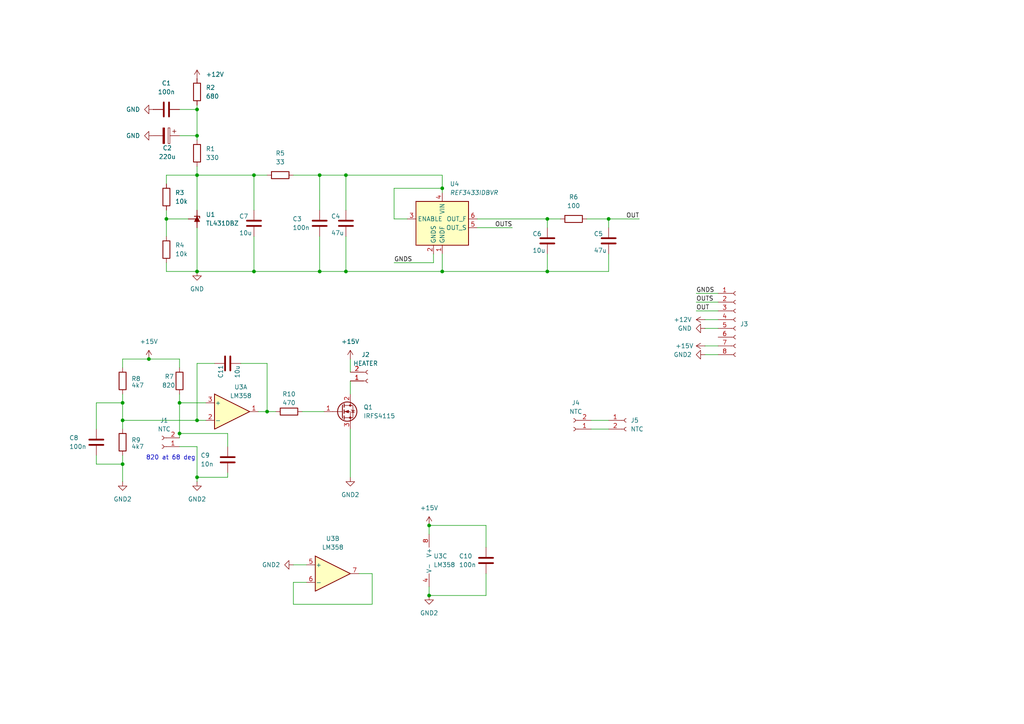
<source format=kicad_sch>
(kicad_sch (version 20231120) (generator "eeschema") (generator_version "8.0")
  (paper "A4")
  (lib_symbols
    (symbol "Amplifier_Operational:LM358" (pin_names (offset 0.127))
      (property "Reference" "U" (at 0 5.08 0))
      (property "Value" "LM358" (at 0 -5.08 0))
      (symbol "LM358_1_1"
        (polyline (pts (xy -5.08 5.08) (xy 5.08 0) (xy -5.08 -5.08) (xy -5.08 5.08)) (stroke (width 0.254)) (fill (type background)))
        (pin output line (at 7.62 0 180) (length 2.54) (name "~") (number "1"))
        (pin input line (at -7.62 -2.54 0) (length 2.54) (name "-") (number "2"))
        (pin input line (at -7.62 2.54 0) (length 2.54) (name "+") (number "3"))
      )
      (symbol "LM358_2_1"
        (polyline (pts (xy -5.08 5.08) (xy 5.08 0) (xy -5.08 -5.08) (xy -5.08 5.08)) (stroke (width 0.254)) (fill (type background)))
        (pin input line (at -7.62 2.54 0) (length 2.54) (name "+") (number "5"))
        (pin input line (at -7.62 -2.54 0) (length 2.54) (name "-") (number "6"))
        (pin output line (at 7.62 0 180) (length 2.54) (name "~") (number "7"))
      )
      (symbol "LM358_3_1"
        (pin power_in line (at -2.54 -7.62 90) (length 3.81) (name "V-") (number "4"))
        (pin power_in line (at -2.54 7.62 270) (length 3.81) (name "V+") (number "8"))
      )
    )
    (symbol "Connector:Conn_01x02_Socket" (pin_names (offset 1.016) hide)
      (property "Reference" "J" (at 0 2.54 0))
      (property "Value" "Conn_01x02_Socket" (at 0 -5.08 0))
      (symbol "Conn_01x02_Socket_1_1"
        (arc (start 0 -2.032) (mid -0.5058 -2.54) (end 0 -3.048) (stroke (width 0.1524)))
        (polyline (pts (xy -1.27 -2.54) (xy -0.508 -2.54)) (stroke (width 0.1524)))
        (polyline (pts (xy -1.27 0) (xy -0.508 0)) (stroke (width 0.1524)))
        (arc (start 0 0.508) (mid -0.5058 0) (end 0 -0.508) (stroke (width 0.1524)))
        (pin passive line (at -5.08 0 0) (length 3.81) (name "Pin_1") (number "1"))
        (pin passive line (at -5.08 -2.54 0) (length 3.81) (name "Pin_2") (number "2"))
      )
    )
    (symbol "Connector:Conn_01x08_Socket" (pin_names (offset 1.016) hide)
      (property "Reference" "J" (at 0 10.16 0))
      (property "Value" "Conn_01x08_Socket" (at 0 -12.7 0))
      (symbol "Conn_01x08_Socket_1_1"
        (arc (start 0 -9.652) (mid -0.5058 -10.16) (end 0 -10.668) (stroke (width 0.1524)))
        (arc (start 0 -7.112) (mid -0.5058 -7.62) (end 0 -8.128) (stroke (width 0.1524)))
        (arc (start 0 -4.572) (mid -0.5058 -5.08) (end 0 -5.588) (stroke (width 0.1524)))
        (arc (start 0 -2.032) (mid -0.5058 -2.54) (end 0 -3.048) (stroke (width 0.1524)))
        (polyline (pts (xy -1.27 -10.16) (xy -0.508 -10.16)) (stroke (width 0.1524)))
        (polyline (pts (xy -1.27 -7.62) (xy -0.508 -7.62)) (stroke (width 0.1524)))
        (polyline (pts (xy -1.27 -5.08) (xy -0.508 -5.08)) (stroke (width 0.1524)))
        (polyline (pts (xy -1.27 -2.54) (xy -0.508 -2.54)) (stroke (width 0.1524)))
        (polyline (pts (xy -1.27 0) (xy -0.508 0)) (stroke (width 0.1524)))
        (polyline (pts (xy -1.27 2.54) (xy -0.508 2.54)) (stroke (width 0.1524)))
        (polyline (pts (xy -1.27 5.08) (xy -0.508 5.08)) (stroke (width 0.1524)))
        (polyline (pts (xy -1.27 7.62) (xy -0.508 7.62)) (stroke (width 0.1524)))
        (arc (start 0 0.508) (mid -0.5058 0) (end 0 -0.508) (stroke (width 0.1524)))
        (arc (start 0 3.048) (mid -0.5058 2.54) (end 0 2.032) (stroke (width 0.1524)))
        (arc (start 0 5.588) (mid -0.5058 5.08) (end 0 4.572) (stroke (width 0.1524)))
        (arc (start 0 8.128) (mid -0.5058 7.62) (end 0 7.112) (stroke (width 0.1524)))
        (pin passive line (at -5.08 7.62 0) (length 3.81) (name "Pin_1") (number "1"))
        (pin passive line (at -5.08 5.08 0) (length 3.81) (name "Pin_2") (number "2"))
        (pin passive line (at -5.08 2.54 0) (length 3.81) (name "Pin_3") (number "3"))
        (pin passive line (at -5.08 0 0) (length 3.81) (name "Pin_4") (number "4"))
        (pin passive line (at -5.08 -2.54 0) (length 3.81) (name "Pin_5") (number "5"))
        (pin passive line (at -5.08 -5.08 0) (length 3.81) (name "Pin_6") (number "6"))
        (pin passive line (at -5.08 -7.62 0) (length 3.81) (name "Pin_7") (number "7"))
        (pin passive line (at -5.08 -10.16 0) (length 3.81) (name "Pin_8") (number "8"))
      )
    )
    (symbol "Device:C" (pin_numbers hide) (pin_names (offset 0.254))
      (property "Reference" "C" (at 0.635 2.54 0))
      (property "Value" "C" (at 0.635 -2.54 0))
      (symbol "C_0_1"
        (polyline (pts (xy -2.032 -0.762) (xy 2.032 -0.762)) (stroke (width 0.508)))
        (polyline (pts (xy -2.032 0.762) (xy 2.032 0.762)) (stroke (width 0.508)))
      )
      (symbol "C_1_1"
        (pin passive line (at 0 3.81 270) (length 2.794) (name "~") (number "1"))
        (pin passive line (at 0 -3.81 90) (length 2.794) (name "~") (number "2"))
      )
    )
    (symbol "Device:C_Polarized" (pin_numbers hide) (pin_names (offset 0.254))
      (property "Reference" "C" (at 0.635 2.54 0))
      (property "Value" "C_Polarized" (at 0.635 -2.54 0))
      (symbol "C_Polarized_0_1"
        (rectangle (start -2.286 0.508) (end 2.286 1.016))
        (polyline (pts (xy -1.778 2.286) (xy -0.762 2.286)))
        (polyline (pts (xy -1.27 2.794) (xy -1.27 1.778)))
        (rectangle (start 2.286 -0.508) (end -2.286 -1.016) (fill (type outline)))
      )
      (symbol "C_Polarized_1_1"
        (pin passive line (at 0 3.81 270) (length 2.794) (name "~") (number "1"))
        (pin passive line (at 0 -3.81 90) (length 2.794) (name "~") (number "2"))
      )
    )
    (symbol "Device:R" (pin_numbers hide) (pin_names (offset 0))
      (property "Reference" "R" (at 2.032 0 90))
      (property "Value" "R" (at 0 0 90))
      (symbol "R_0_1"
        (rectangle (start -1.016 -2.54) (end 1.016 2.54) (stroke (width 0.254)))
      )
      (symbol "R_1_1"
        (pin passive line (at 0 3.81 270) (length 1.27) (name "~") (number "1"))
        (pin passive line (at 0 -3.81 90) (length 1.27) (name "~") (number "2"))
      )
    )
    (symbol "Reference_Voltage:REF3212AMDBVREP"
      (property "Reference" "U" (at 1.27 8.89 0))
      (property "Value" "REF3212AMDBVREP" (at 1.27 6.35 0))
      (symbol "REF3212AMDBVREP_0_1"
        (rectangle (start -7.62 5.08) (end 7.62 -7.62) (stroke (width 0.254)) (fill (type background)))
      )
      (symbol "REF3212AMDBVREP_1_1"
        (pin power_in line (at 0 -10.16 90) (length 2.54) (name "GNDF") (number "1"))
        (pin input line (at -2.54 -10.16 90) (length 2.54) (name "GNDS") (number "2"))
        (pin input line (at -10.16 0 0) (length 2.54) (name "ENABLE") (number "3"))
        (pin power_in line (at 0 7.62 270) (length 2.54) (name "VIN") (number "4"))
        (pin input line (at 10.16 -2.54 180) (length 2.54) (name "OUT_S") (number "5"))
        (pin output line (at 10.16 0 180) (length 2.54) (name "OUT_F") (number "6"))
      )
    )
    (symbol "Reference_Voltage:TL431DBZ" (pin_numbers hide) (pin_names hide)
      (property "Reference" "U" (at -2.54 2.54 0))
      (property "Value" "TL431DBZ" (at 0 -2.54 0))
      (symbol "TL431DBZ_0_1"
        (polyline (pts (xy -1.27 0) (xy 0 0) (xy 1.27 0)))
        (polyline (pts (xy -0.762 -0.762) (xy -0.762 0.762) (xy 0.762 0) (xy -0.762 -0.762)) (fill (type outline)))
        (polyline (pts (xy 0.254 -0.762) (xy 0.762 -0.762) (xy 0.762 0.762) (xy 0.762 0.762)) (stroke (width 0.254)))
      )
      (symbol "TL431DBZ_1_1"
        (pin passive line (at 2.54 0 180) (length 2.54) (name "K") (number "1"))
        (pin passive line (at 0 2.54 270) (length 2.54) (name "REF") (number "2"))
        (pin passive line (at -2.54 0 0) (length 2.54) (name "A") (number "3"))
      )
    )
    (symbol "Transistor_FET:IRFS4115" (pin_names hide)
      (property "Reference" "Q" (at 5.08 1.905 0))
      (property "Value" "IRFS4115" (at 5.08 0 0))
      (symbol "IRFS4115_0_1"
        (polyline (pts (xy 0.254 0) (xy -2.54 0)))
        (polyline (pts (xy 0.254 1.905) (xy 0.254 -1.905)) (stroke (width 0.254)))
        (polyline (pts (xy 0.762 -1.27) (xy 0.762 -2.286)) (stroke (width 0.254)))
        (polyline (pts (xy 0.762 0.508) (xy 0.762 -0.508)) (stroke (width 0.254)))
        (polyline (pts (xy 0.762 2.286) (xy 0.762 1.27)) (stroke (width 0.254)))
        (polyline (pts (xy 2.54 2.54) (xy 2.54 1.778)))
        (polyline (pts (xy 2.54 -2.54) (xy 2.54 0) (xy 0.762 0)))
        (polyline (pts (xy 0.762 -1.778) (xy 3.302 -1.778) (xy 3.302 1.778) (xy 0.762 1.778)))
        (polyline (pts (xy 1.016 0) (xy 2.032 0.381) (xy 2.032 -0.381) (xy 1.016 0)) (fill (type outline)))
        (polyline (pts (xy 2.794 0.508) (xy 2.921 0.381) (xy 3.683 0.381) (xy 3.81 0.254)))
        (polyline (pts (xy 3.302 0.381) (xy 2.921 -0.254) (xy 3.683 -0.254) (xy 3.302 0.381)))
        (circle (center 1.651 0) (radius 2.794) (stroke (width 0.254)))
        (circle (center 2.54 -1.778) (radius 0.254) (fill (type outline)))
        (circle (center 2.54 1.778) (radius 0.254) (fill (type outline)))
      )
      (symbol "IRFS4115_1_1"
        (pin passive line (at -5.08 0 0) (length 2.54) (name "G") (number "1"))
        (pin passive line (at 2.54 5.08 270) (length 2.54) (name "D") (number "2"))
        (pin passive line (at 2.54 -5.08 90) (length 2.54) (name "S") (number "3"))
      )
    )
    (symbol "power:+15V" (power) (pin_numbers hide) (pin_names (offset 0) hide)
      (property "Value" "+15V" (at 0 3.556 0))
      (symbol "+15V_0_1"
        (polyline (pts (xy -0.762 1.27) (xy 0 2.54)))
        (polyline (pts (xy 0 0) (xy 0 2.54)))
        (polyline (pts (xy 0 2.54) (xy 0.762 1.27)))
      )
      (symbol "+15V_1_1"
        (pin power_in line (at 0 0 90) (length 0) (name "~") (number "1"))
      )
    )
    (symbol "power:GND" (power) (pin_numbers hide) (pin_names (offset 0) hide)
      (property "Value" "GND" (at 0 -3.81 0))
      (symbol "GND_0_1"
        (polyline (pts (xy 0 0) (xy 0 -1.27) (xy 1.27 -1.27) (xy 0 -2.54) (xy -1.27 -1.27) (xy 0 -1.27)))
      )
      (symbol "GND_1_1"
        (pin power_in line (at 0 0 270) (length 0) (name "~") (number "1"))
      )
    )
    (symbol "power:GND2" (power) (pin_numbers hide) (pin_names (offset 0) hide)
      (property "Value" "GND2" (at 0 -3.81 0))
      (symbol "GND2_0_1"
        (polyline (pts (xy 0 0) (xy 0 -1.27) (xy 1.27 -1.27) (xy 0 -2.54) (xy -1.27 -1.27) (xy 0 -1.27)))
      )
      (symbol "GND2_1_1"
        (pin power_in line (at 0 0 270) (length 0) (name "~") (number "1"))
      )
    )
  )
  (junction (at 57.15 121.92))
  (junction (at 57.15 31.75))
  (junction (at 77.47 119.38))
  (junction (at 57.15 39.37))
  (junction (at 92.71 78.74))
  (junction (at 128.27 78.74))
  (junction (at 158.75 63.5))
  (junction (at 128.27 54.61))
  (junction (at 92.71 50.8))
  (junction (at 52.07 116.84))
  (junction (at 73.66 50.8))
  (junction (at 57.15 50.8))
  (junction (at 35.56 121.92))
  (junction (at 100.33 50.8))
  (junction (at 158.75 78.74))
  (junction (at 52.07 125.73))
  (junction (at 73.66 78.74))
  (junction (at 100.33 78.74))
  (junction (at 57.15 138.43))
  (junction (at 124.46 172.72))
  (junction (at 124.46 152.4))
  (junction (at 57.15 78.74))
  (junction (at 35.56 116.84))
  (junction (at 48.26 63.5))
  (junction (at 176.53 63.5))
  (junction (at 35.56 134.62))
  (junction (at 43.18 104.14))
  (wire (pts (xy 85.09 50.8) (xy 92.71 50.8)))
  (wire (pts (xy 204.47 102.87) (xy 208.28 102.87)))
  (wire (pts (xy 158.75 73.66) (xy 158.75 78.74)))
  (wire (pts (xy 138.43 66.04) (xy 148.59 66.04)))
  (wire (pts (xy 176.53 121.92) (xy 171.45 121.92)))
  (wire (pts (xy 27.94 134.62) (xy 35.56 134.62)))
  (wire (pts (xy 138.43 63.5) (xy 158.75 63.5)))
  (wire (pts (xy 57.15 50.8) (xy 57.15 60.96)))
  (wire (pts (xy 57.15 39.37) (xy 57.15 40.64)))
  (wire (pts (xy 73.66 78.74) (xy 57.15 78.74)))
  (wire (pts (xy 201.93 90.17) (xy 208.28 90.17)))
  (wire (pts (xy 73.66 50.8) (xy 77.47 50.8)))
  (wire (pts (xy 57.15 139.7) (xy 57.15 138.43)))
  (wire (pts (xy 107.95 175.26) (xy 107.95 166.37)))
  (wire (pts (xy 140.97 152.4) (xy 124.46 152.4)))
  (wire (pts (xy 57.15 105.41) (xy 57.15 121.92)))
  (wire (pts (xy 176.53 63.5) (xy 185.42 63.5)))
  (wire (pts (xy 73.66 50.8) (xy 73.66 60.96)))
  (wire (pts (xy 100.33 78.74) (xy 92.71 78.74)))
  (wire (pts (xy 66.04 138.43) (xy 57.15 138.43)))
  (wire (pts (xy 128.27 50.8) (xy 100.33 50.8)))
  (wire (pts (xy 52.07 114.3) (xy 52.07 116.84)))
  (wire (pts (xy 92.71 60.96) (xy 92.71 50.8)))
  (wire (pts (xy 158.75 78.74) (xy 128.27 78.74)))
  (wire (pts (xy 85.09 168.91) (xy 85.09 175.26)))
  (wire (pts (xy 158.75 66.04) (xy 158.75 63.5)))
  (wire (pts (xy 140.97 166.37) (xy 140.97 172.72)))
  (wire (pts (xy 114.3 63.5) (xy 114.3 54.61)))
  (wire (pts (xy 48.26 53.34) (xy 48.26 50.8)))
  (wire (pts (xy 118.11 63.5) (xy 114.3 63.5)))
  (wire (pts (xy 35.56 121.92) (xy 57.15 121.92)))
  (wire (pts (xy 43.18 104.14) (xy 52.07 104.14)))
  (wire (pts (xy 66.04 137.16) (xy 66.04 138.43)))
  (wire (pts (xy 57.15 50.8) (xy 73.66 50.8)))
  (wire (pts (xy 27.94 124.46) (xy 27.94 116.84)))
  (wire (pts (xy 114.3 76.2) (xy 125.73 76.2)))
  (wire (pts (xy 57.15 50.8) (xy 57.15 48.26)))
  (wire (pts (xy 204.47 100.33) (xy 208.28 100.33)))
  (wire (pts (xy 100.33 50.8) (xy 92.71 50.8)))
  (wire (pts (xy 85.09 175.26) (xy 107.95 175.26)))
  (wire (pts (xy 52.07 31.75) (xy 57.15 31.75)))
  (wire (pts (xy 92.71 78.74) (xy 73.66 78.74)))
  (wire (pts (xy 27.94 116.84) (xy 35.56 116.84)))
  (wire (pts (xy 52.07 104.14) (xy 52.07 106.68)))
  (wire (pts (xy 57.15 121.92) (xy 59.69 121.92)))
  (wire (pts (xy 124.46 152.4) (xy 124.46 154.94)))
  (wire (pts (xy 66.04 129.54) (xy 66.04 125.73)))
  (wire (pts (xy 69.85 105.41) (xy 77.47 105.41)))
  (wire (pts (xy 77.47 105.41) (xy 77.47 119.38)))
  (wire (pts (xy 176.53 78.74) (xy 158.75 78.74)))
  (wire (pts (xy 101.6 138.43) (xy 101.6 124.46)))
  (wire (pts (xy 35.56 104.14) (xy 43.18 104.14)))
  (wire (pts (xy 62.23 105.41) (xy 57.15 105.41)))
  (wire (pts (xy 48.26 60.96) (xy 48.26 63.5)))
  (wire (pts (xy 35.56 139.7) (xy 35.56 134.62)))
  (wire (pts (xy 92.71 68.58) (xy 92.71 78.74)))
  (wire (pts (xy 100.33 68.58) (xy 100.33 78.74)))
  (wire (pts (xy 101.6 110.49) (xy 101.6 114.3)))
  (wire (pts (xy 128.27 54.61) (xy 128.27 55.88)))
  (wire (pts (xy 66.04 125.73) (xy 52.07 125.73)))
  (wire (pts (xy 57.15 129.54) (xy 57.15 138.43)))
  (wire (pts (xy 48.26 76.2) (xy 48.26 78.74)))
  (wire (pts (xy 52.07 116.84) (xy 52.07 125.73)))
  (wire (pts (xy 35.56 134.62) (xy 35.56 132.08)))
  (wire (pts (xy 87.63 119.38) (xy 93.98 119.38)))
  (wire (pts (xy 48.26 78.74) (xy 57.15 78.74)))
  (wire (pts (xy 128.27 78.74) (xy 100.33 78.74)))
  (wire (pts (xy 125.73 73.66) (xy 125.73 76.2)))
  (wire (pts (xy 176.53 63.5) (xy 170.18 63.5)))
  (wire (pts (xy 48.26 63.5) (xy 48.26 68.58)))
  (wire (pts (xy 73.66 68.58) (xy 73.66 78.74)))
  (wire (pts (xy 35.56 121.92) (xy 35.56 124.46)))
  (wire (pts (xy 57.15 78.74) (xy 57.15 66.04)))
  (wire (pts (xy 35.56 106.68) (xy 35.56 104.14)))
  (wire (pts (xy 52.07 125.73) (xy 52.07 127)))
  (wire (pts (xy 52.07 39.37) (xy 57.15 39.37)))
  (wire (pts (xy 128.27 54.61) (xy 128.27 50.8)))
  (wire (pts (xy 176.53 124.46) (xy 171.45 124.46)))
  (wire (pts (xy 77.47 119.38) (xy 80.01 119.38)))
  (wire (pts (xy 114.3 54.61) (xy 128.27 54.61)))
  (wire (pts (xy 88.9 168.91) (xy 85.09 168.91)))
  (wire (pts (xy 35.56 114.3) (xy 35.56 116.84)))
  (wire (pts (xy 27.94 132.08) (xy 27.94 134.62)))
  (wire (pts (xy 176.53 73.66) (xy 176.53 78.74)))
  (wire (pts (xy 201.93 85.09) (xy 208.28 85.09)))
  (wire (pts (xy 100.33 60.96) (xy 100.33 50.8)))
  (wire (pts (xy 35.56 116.84) (xy 35.56 121.92)))
  (wire (pts (xy 204.47 92.71) (xy 208.28 92.71)))
  (wire (pts (xy 128.27 73.66) (xy 128.27 78.74)))
  (wire (pts (xy 52.07 129.54) (xy 57.15 129.54)))
  (wire (pts (xy 48.26 50.8) (xy 57.15 50.8)))
  (wire (pts (xy 204.47 95.25) (xy 208.28 95.25)))
  (wire (pts (xy 57.15 31.75) (xy 57.15 39.37)))
  (wire (pts (xy 140.97 172.72) (xy 124.46 172.72)))
  (wire (pts (xy 124.46 172.72) (xy 124.46 170.18)))
  (wire (pts (xy 57.15 30.48) (xy 57.15 31.75)))
  (wire (pts (xy 158.75 63.5) (xy 162.56 63.5)))
  (wire (pts (xy 201.93 87.63) (xy 208.28 87.63)))
  (wire (pts (xy 107.95 166.37) (xy 104.14 166.37)))
  (wire (pts (xy 101.6 104.14) (xy 101.6 107.95)))
  (wire (pts (xy 176.53 66.04) (xy 176.53 63.5)))
  (wire (pts (xy 140.97 158.75) (xy 140.97 152.4)))
  (wire (pts (xy 52.07 116.84) (xy 59.69 116.84)))
  (wire (pts (xy 74.93 119.38) (xy 77.47 119.38)))
  (wire (pts (xy 85.09 163.83) (xy 88.9 163.83)))
  (wire (pts (xy 54.61 63.5) (xy 48.26 63.5)))
  (text "820 at 68 deg" (at 49.53 132.842 0) (effects (font (size 1.27 1.27))))
  (label "OUT" (at 185.42 63.5 180))
  (label "OUTS" (at 148.59 66.04 180))
  (label "GNDS" (at 114.3 76.2 0))
  (label "OUT" (at 201.93 90.17 0))
  (label "OUTS" (at 201.93 87.63 0))
  (label "GNDS" (at 201.93 85.09 0))
  (symbol (lib_id "power:GND2") (at 204.47 102.87 270) (unit 1)
    (property "Reference" "#PWR014" (effects (hide yes)))
    (property "Value" "GND2" (at 200.66 102.8699 90) (effects (justify right)))
    (property "Description" "Power symbol creates a global label with name \"GND2\" , ground" (effects (hide yes)))
  )
  (symbol (lib_id "Device:C") (at 158.75 69.85 180) (unit 1)
    (property "Reference" "C6" (at 154.432 67.818 0) (effects (justify right)))
    (property "Value" "10u" (at 154.432 72.644 0) (effects (justify right)))
    (property "Footprint" "Capacitor_SMD:C_0805_2012Metric_Pad1.18x1.45mm_HandSolder" (effects (hide yes)))
    (property "Description" "Unpolarized capacitor" (effects (hide yes)))
  )
  (symbol (lib_id "Device:C") (at 73.66 64.77 180) (unit 1)
    (property "Reference" "C7" (at 69.342 62.738 0) (effects (justify right)))
    (property "Value" "10u" (at 69.342 67.564 0) (effects (justify right)))
    (property "Footprint" "Capacitor_SMD:C_0805_2012Metric_Pad1.18x1.45mm_HandSolder" (effects (hide yes)))
    (property "Description" "Unpolarized capacitor" (effects (hide yes)))
  )
  (symbol (lib_id "Device:R") (at 81.28 50.8 90) (unit 1)
    (property "Reference" "R5" (at 81.28 44.45 90))
    (property "Value" "33" (at 81.28 46.99 90))
    (property "Footprint" "Resistor_SMD:R_1206_3216Metric_Pad1.30x1.75mm_HandSolder" (effects (hide yes)))
    (property "Description" "Resistor" (effects (hide yes)))
  )
  (symbol (lib_id "Transistor_FET:IRFS4115") (at 99.06 119.38 0) (unit 1)
    (property "Reference" "Q1" (at 105.41 118.1099 0) (effects (justify left)))
    (property "Value" "IRFS4115" (at 105.41 120.6499 0) (effects (justify left)))
    (property "Footprint" "Package_TO_SOT_SMD:TO-252-2" (effects (hide yes)))
    (property "Datasheet" "https://www.infineon.com/dgdl/irfs4115pbf.pdf?fileId=5546d462533600a401535636e5d2218f" (effects (hide yes)))
    (property "Description" "99A Id, 150V Vds, 10.3mOhm Rds, N-Channel HEXFET Power MOSFET, D2PAK" (effects (hide yes)))
  )
  (symbol (lib_id "power:GND2") (at 35.56 139.7 0) (unit 1)
    (property "Reference" "#PWR07" (effects (hide yes)))
    (property "Value" "GND2" (at 35.56 144.78 0))
    (property "Description" "Power symbol creates a global label with name \"GND2\" , ground" (effects (hide yes)))
  )
  (symbol (lib_id "Device:R") (at 35.56 110.49 0) (unit 1)
    (property "Reference" "R8" (at 38.1 109.8549 0) (effects (justify left)))
    (property "Value" "4k7" (at 38.1 111.76 0) (effects (justify left)))
    (property "Footprint" "Resistor_SMD:R_1206_3216Metric_Pad1.30x1.75mm_HandSolder" (effects (hide yes)))
    (property "Description" "Resistor" (effects (hide yes)))
  )
  (symbol (lib_id "power:+15V") (at 57.15 22.86 0) (unit 1)
    (property "Reference" "#PWR01" (effects (hide yes)))
    (property "Value" "+12V" (at 59.69 21.5899 0) (effects (justify left)))
    (property "Description" "Power symbol creates a global label with name \"+15V\"" (effects (hide yes)))
  )
  (symbol (lib_id "Amplifier_Operational:LM358") (at 96.52 166.37 0) (unit 2)
    (property "Reference" "U3" (at 96.52 156.21 0))
    (property "Value" "LM358" (at 96.52 158.75 0))
    (property "Footprint" "Package_SO:SOIC-8_3.9x4.9mm_P1.27mm" (effects (hide yes)))
    (property "Datasheet" "http://www.ti.com/lit/ds/symlink/lm2904-n.pdf" (effects (hide yes)))
    (property "Description" "Low-Power, Dual Operational Amplifiers, DIP-8/SOIC-8/TO-99-8" (effects (hide yes)))
  )
  (symbol (lib_id "Device:R") (at 48.26 57.15 0) (unit 1)
    (property "Reference" "R3" (at 50.8 55.8799 0) (effects (justify left)))
    (property "Value" "10k" (at 50.8 58.4199 0) (effects (justify left)))
    (property "Footprint" "Resistor_SMD:R_1206_3216Metric_Pad1.30x1.75mm_HandSolder" (effects (hide yes)))
    (property "Description" "Resistor" (effects (hide yes)))
  )
  (symbol (lib_id "power:+15V") (at 43.18 104.14 0) (unit 1)
    (property "Reference" "#PWR06" (effects (hide yes)))
    (property "Value" "+15V" (at 43.18 99.06 0))
    (property "Description" "Power symbol creates a global label with name \"+15V\"" (effects (hide yes)))
  )
  (symbol (lib_id "Device:R") (at 35.56 128.27 0) (unit 1)
    (property "Reference" "R9" (at 38.1 127.6349 0) (effects (justify left)))
    (property "Value" "4k7" (at 38.1 129.54 0) (effects (justify left)))
    (property "Footprint" "Resistor_SMD:R_1206_3216Metric_Pad1.30x1.75mm_HandSolder" (effects (hide yes)))
    (property "Description" "Resistor" (effects (hide yes)))
  )
  (symbol (lib_id "power:GND") (at 44.45 39.37 270) (unit 1)
    (property "Reference" "#PWR03" (effects (hide yes)))
    (property "Value" "GND" (at 40.64 39.3699 90) (effects (justify right)))
    (property "Description" "Power symbol creates a global label with name \"GND\" , ground" (effects (hide yes)))
  )
  (symbol (lib_id "Connector:Conn_01x02_Socket") (at 106.68 110.49 0) (mirror x) (unit 1)
    (property "Reference" "J2" (at 106.045 102.87 0))
    (property "Value" "HEATER" (at 106.045 105.41 0))
    (property "Footprint" "Connector_PinHeader_2.54mm:PinHeader_1x02_P2.54mm_Vertical" (effects (hide yes)))
    (property "Description" "Generic connector, single row, 01x02, script generated" (effects (hide yes)))
  )
  (symbol (lib_id "Device:C_Polarized") (at 48.26 39.37 270) (unit 1)
    (property "Reference" "C2" (at 48.514 42.926 90))
    (property "Value" "220u" (at 48.514 45.466 90))
    (property "Footprint" "Capacitor_Tantalum_SMD:CP_EIA-7343-31_Kemet-D" (effects (hide yes)))
    (property "Description" "Polarized capacitor" (effects (hide yes)))
  )
  (symbol (lib_id "Connector:Conn_01x08_Socket") (at 213.36 92.71 0) (unit 1)
    (property "Reference" "J3" (at 214.63 93.9799 0) (effects (justify left)))
    (property "Value" "Conn_01x08_Socket" (effects (hide yes)))
    (property "Footprint" "Connector_PinHeader_2.54mm:PinHeader_1x08_P2.54mm_Vertical" (effects (hide yes)))
    (property "Description" "Generic connector, single row, 01x08, script generated" (effects (hide yes)))
  )
  (symbol (lib_id "power:+15V") (at 124.46 152.4 0) (unit 1)
    (property "Reference" "#PWR011" (effects (hide yes)))
    (property "Value" "+15V" (at 124.46 147.32 0))
    (property "Description" "Power symbol creates a global label with name \"+15V\"" (effects (hide yes)))
  )
  (symbol (lib_id "power:GND") (at 57.15 78.74 0) (unit 1)
    (property "Reference" "#PWR04" (effects (hide yes)))
    (property "Value" "GND" (at 57.15 83.82 0))
    (property "Description" "Power symbol creates a global label with name \"GND\" , ground" (effects (hide yes)))
  )
  (symbol (lib_id "Connector:Conn_01x02_Socket") (at 181.61 121.92 0) (unit 1)
    (property "Reference" "J5" (at 182.88 121.9199 0) (effects (justify left)))
    (property "Value" "NTC" (at 182.88 124.4599 0) (effects (justify left)))
    (property "Footprint" "Connector_PinHeader_2.54mm:PinHeader_1x02_P2.54mm_Vertical" (effects (hide yes)))
    (property "Description" "Generic connector, single row, 01x02, script generated" (effects (hide yes)))
  )
  (symbol (lib_id "Device:C") (at 48.26 31.75 90) (unit 1)
    (property "Reference" "C1" (at 48.26 24.13 90))
    (property "Value" "100n" (at 48.26 26.67 90))
    (property "Footprint" "Capacitor_SMD:C_0805_2012Metric_Pad1.18x1.45mm_HandSolder" (effects (hide yes)))
    (property "Description" "Unpolarized capacitor" (effects (hide yes)))
  )
  (symbol (lib_id "Device:C") (at 66.04 133.35 180) (unit 1)
    (property "Reference" "C9" (at 58.166 132.08 0) (effects (justify right)))
    (property "Value" "10n" (at 58.166 134.62 0) (effects (justify right)))
    (property "Footprint" "Capacitor_SMD:C_0805_2012Metric_Pad1.18x1.45mm_HandSolder" (effects (hide yes)))
    (property "Description" "Unpolarized capacitor" (effects (hide yes)))
  )
  (symbol (lib_id "power:GND2") (at 57.15 139.7 0) (unit 1)
    (property "Reference" "#PWR05" (effects (hide yes)))
    (property "Value" "GND2" (at 57.15 144.78 0))
    (property "Description" "Power symbol creates a global label with name \"GND2\" , ground" (effects (hide yes)))
  )
  (symbol (lib_id "power:GND") (at 204.47 95.25 270) (unit 1)
    (property "Reference" "#PWR015" (effects (hide yes)))
    (property "Value" "GND" (at 200.66 95.2499 90) (effects (justify right)))
    (property "Description" "Power symbol creates a global label with name \"GND\" , ground" (effects (hide yes)))
  )
  (symbol (lib_id "Device:R") (at 57.15 26.67 0) (unit 1)
    (property "Reference" "R2" (at 59.69 25.3999 0) (effects (justify left)))
    (property "Value" "680" (at 59.69 27.9399 0) (effects (justify left)))
    (property "Footprint" "Resistor_SMD:R_1206_3216Metric_Pad1.30x1.75mm_HandSolder" (effects (hide yes)))
    (property "Description" "Resistor" (effects (hide yes)))
  )
  (symbol (lib_id "Connector:Conn_01x02_Socket") (at 46.99 129.54 180) (unit 1)
    (property "Reference" "J1" (at 47.625 121.92 0))
    (property "Value" "NTC" (at 47.625 124.46 0))
    (property "Footprint" "Connector_PinHeader_2.54mm:PinHeader_1x02_P2.54mm_Vertical" (effects (hide yes)))
    (property "Description" "Generic connector, single row, 01x02, script generated" (effects (hide yes)))
  )
  (symbol (lib_id "power:+15V") (at 101.6 104.14 0) (unit 1)
    (property "Reference" "#PWR09" (effects (hide yes)))
    (property "Value" "+15V" (at 101.6 99.06 0))
    (property "Description" "Power symbol creates a global label with name \"+15V\"" (effects (hide yes)))
  )
  (symbol (lib_id "power:GND2") (at 85.09 163.83 270) (unit 1)
    (property "Reference" "#PWR010" (effects (hide yes)))
    (property "Value" "GND2" (at 81.28 163.8299 90) (effects (justify right)))
    (property "Description" "Power symbol creates a global label with name \"GND2\" , ground" (effects (hide yes)))
  )
  (symbol (lib_id "Device:C") (at 100.33 64.77 180) (unit 1)
    (property "Reference" "C4" (at 96.012 62.738 0) (effects (justify right)))
    (property "Value" "47u" (at 96.012 67.564 0) (effects (justify right)))
    (property "Footprint" "Capacitor_SMD:C_0805_2012Metric_Pad1.18x1.45mm_HandSolder" (effects (hide yes)))
    (property "Description" "Unpolarized capacitor" (effects (hide yes)))
  )
  (symbol (lib_id "Device:C") (at 66.04 105.41 270) (unit 1)
    (property "Reference" "C11" (at 64.008 109.728 0) (effects (justify right)))
    (property "Value" "10u" (at 68.834 109.728 0) (effects (justify right)))
    (property "Footprint" "Capacitor_SMD:C_0805_2012Metric_Pad1.18x1.45mm_HandSolder" (effects (hide yes)))
    (property "Description" "Unpolarized capacitor" (effects (hide yes)))
  )
  (symbol (lib_id "power:GND2") (at 124.46 172.72 0) (unit 1)
    (property "Reference" "#PWR012" (effects (hide yes)))
    (property "Value" "GND2" (at 124.46 177.8 0))
    (property "Description" "Power symbol creates a global label with name \"GND2\" , ground" (effects (hide yes)))
  )
  (symbol (lib_id "Device:R") (at 52.07 110.49 0) (unit 1)
    (property "Reference" "R7" (at 47.752 109.22 0) (effects (justify left)))
    (property "Value" "820" (at 46.99 111.76 0) (effects (justify left)))
    (property "Footprint" "Resistor_SMD:R_1206_3216Metric_Pad1.30x1.75mm_HandSolder" (effects (hide yes)))
    (property "Description" "Resistor" (effects (hide yes)))
  )
  (symbol (lib_id "Device:C") (at 27.94 128.27 180) (unit 1)
    (property "Reference" "C8" (at 20.066 127 0) (effects (justify right)))
    (property "Value" "100n" (at 20.066 129.54 0) (effects (justify right)))
    (property "Footprint" "Capacitor_SMD:C_0805_2012Metric_Pad1.18x1.45mm_HandSolder" (effects (hide yes)))
    (property "Description" "Unpolarized capacitor" (effects (hide yes)))
  )
  (symbol (lib_id "power:GND") (at 44.45 31.75 270) (unit 1)
    (property "Reference" "#PWR02" (effects (hide yes)))
    (property "Value" "GND" (at 40.64 31.7499 90) (effects (justify right)))
    (property "Description" "Power symbol creates a global label with name \"GND\" , ground" (effects (hide yes)))
  )
  (symbol (lib_id "Connector:Conn_01x02_Socket") (at 166.37 124.46 180) (unit 1)
    (property "Reference" "J4" (at 167.005 116.84 0))
    (property "Value" "NTC" (at 167.005 119.38 0))
    (property "Footprint" "Connector_PinHeader_2.54mm:PinHeader_1x02_P2.54mm_Vertical" (effects (hide yes)))
    (property "Description" "Generic connector, single row, 01x02, script generated" (effects (hide yes)))
  )
  (symbol (lib_id "Device:R") (at 166.37 63.5 90) (unit 1)
    (property "Reference" "R6" (at 166.37 57.15 90))
    (property "Value" "100" (at 166.37 59.69 90))
    (property "Footprint" "Resistor_SMD:R_1206_3216Metric_Pad1.30x1.75mm_HandSolder" (effects (hide yes)))
    (property "Description" "Resistor" (effects (hide yes)))
  )
  (symbol (lib_id "Device:C") (at 176.53 69.85 180) (unit 1)
    (property "Reference" "C5" (at 172.212 67.818 0) (effects (justify right)))
    (property "Value" "47u" (at 172.212 72.644 0) (effects (justify right)))
    (property "Footprint" "Capacitor_SMD:C_0805_2012Metric_Pad1.18x1.45mm_HandSolder" (effects (hide yes)))
    (property "Description" "Unpolarized capacitor" (effects (hide yes)))
  )
  (symbol (lib_id "Device:R") (at 83.82 119.38 90) (unit 1)
    (property "Reference" "R10" (at 83.82 114.3 90))
    (property "Value" "470" (at 83.82 116.84 90))
    (property "Footprint" "Resistor_SMD:R_1206_3216Metric_Pad1.30x1.75mm_HandSolder" (effects (hide yes)))
    (property "Description" "Resistor" (effects (hide yes)))
  )
  (symbol (lib_id "Device:C") (at 140.97 162.56 180) (unit 1)
    (property "Reference" "C10" (at 133.096 161.29 0) (effects (justify right)))
    (property "Value" "100n" (at 133.096 163.83 0) (effects (justify right)))
    (property "Footprint" "Capacitor_SMD:C_0805_2012Metric_Pad1.18x1.45mm_HandSolder" (effects (hide yes)))
    (property "Description" "Unpolarized capacitor" (effects (hide yes)))
  )
  (symbol (lib_id "Reference_Voltage:TL431DBZ") (at 57.15 63.5 90) (unit 1)
    (property "Reference" "U1" (at 59.69 62.2299 90) (effects (justify right)))
    (property "Value" "TL431DBZ" (at 59.69 64.7699 90) (effects (justify right)))
    (property "Footprint" "Package_TO_SOT_SMD:SOT-23" (effects (hide yes)))
    (property "Datasheet" "http://www.ti.com/lit/ds/symlink/tl431.pdf" (effects (hide yes)))
    (property "Description" "Shunt Regulator, SOT-23" (effects (hide yes)))
  )
  (symbol (lib_id "Device:C") (at 92.71 64.77 180) (unit 1)
    (property "Reference" "C3" (at 84.836 63.5 0) (effects (justify right)))
    (property "Value" "100n" (at 84.836 66.04 0) (effects (justify right)))
    (property "Footprint" "Capacitor_SMD:C_0805_2012Metric_Pad1.18x1.45mm_HandSolder" (effects (hide yes)))
    (property "Description" "Unpolarized capacitor" (effects (hide yes)))
  )
  (symbol (lib_id "Amplifier_Operational:LM358") (at 127 162.56 0) (unit 3)
    (property "Reference" "U3" (at 125.73 161.2899 0) (effects (justify left)))
    (property "Value" "LM358" (at 125.73 163.8299 0) (effects (justify left)))
    (property "Footprint" "Package_SO:SOIC-8_3.9x4.9mm_P1.27mm" (effects (hide yes)))
    (property "Datasheet" "http://www.ti.com/lit/ds/symlink/lm2904-n.pdf" (effects (hide yes)))
    (property "Description" "Low-Power, Dual Operational Amplifiers, DIP-8/SOIC-8/TO-99-8" (effects (hide yes)))
  )
  (symbol (lib_id "Reference_Voltage:REF3212AMDBVREP") (at 128.27 63.5 0) (unit 1)
    (property "Reference" "U4" (at 130.4641 53.34 0) (effects (justify left)))
    (property "Value" "REF3433IDBVR" (at 130.4641 55.88 0) (effects (font (italic yes)) (justify left)))
    (property "Footprint" "Package_TO_SOT_SMD:SOT-23-6" (effects (hide yes)))
    (property "Datasheet" "http://www.ti.com/lit/ds/symlink/ref3240-ep.pdf" (effects (hide yes)))
    (property "Description" "1.25V 100μA Micropower Precision Voltage Reference, SOT-23-6" (effects (hide yes)))
  )
  (symbol (lib_id "Device:R") (at 48.26 72.39 0) (unit 1)
    (property "Reference" "R4" (at 50.8 71.1199 0) (effects (justify left)))
    (property "Value" "10k" (at 50.8 73.6599 0) (effects (justify left)))
    (property "Footprint" "Resistor_SMD:R_1206_3216Metric_Pad1.30x1.75mm_HandSolder" (effects (hide yes)))
    (property "Description" "Resistor" (effects (hide yes)))
  )
  (symbol (lib_id "power:+15V") (at 204.47 92.71 90) (unit 1)
    (property "Reference" "#PWR016" (effects (hide yes)))
    (property "Value" "+12V" (at 200.66 92.7099 90) (effects (justify left)))
    (property "Description" "Power symbol creates a global label with name \"+15V\"" (effects (hide yes)))
  )
  (symbol (lib_id "power:GND2") (at 101.6 138.43 0) (unit 1)
    (property "Reference" "#PWR08" (effects (hide yes)))
    (property "Value" "GND2" (at 101.6 143.51 0))
    (property "Description" "Power symbol creates a global label with name \"GND2\" , ground" (effects (hide yes)))
  )
  (symbol (lib_id "power:+15V") (at 204.47 100.33 90) (unit 1)
    (property "Reference" "#PWR013" (effects (hide yes)))
    (property "Value" "+15V" (at 201.1713 100.3299 90) (effects (justify left)))
    (property "Description" "Power symbol creates a global label with name \"+15V\"" (effects (hide yes)))
  )
  (symbol (lib_id "Amplifier_Operational:LM358") (at 67.31 119.38 0) (unit 1)
    (property "Reference" "U3" (at 69.85 112.268 0))
    (property "Value" "LM358" (at 69.85 114.808 0))
    (property "Footprint" "Package_SO:SOIC-8_3.9x4.9mm_P1.27mm" (effects (hide yes)))
    (property "Datasheet" "http://www.ti.com/lit/ds/symlink/lm2904-n.pdf" (effects (hide yes)))
    (property "Description" "Low-Power, Dual Operational Amplifiers, DIP-8/SOIC-8/TO-99-8" (effects (hide yes)))
  )
  (symbol (lib_id "Device:R") (at 57.15 44.45 0) (unit 1)
    (property "Reference" "R1" (at 59.69 43.1799 0) (effects (justify left)))
    (property "Value" "330" (at 59.69 45.7199 0) (effects (justify left)))
    (property "Footprint" "Resistor_SMD:R_1206_3216Metric_Pad1.30x1.75mm_HandSolder" (effects (hide yes)))
    (property "Description" "Resistor" (effects (hide yes)))
  )
)
</source>
